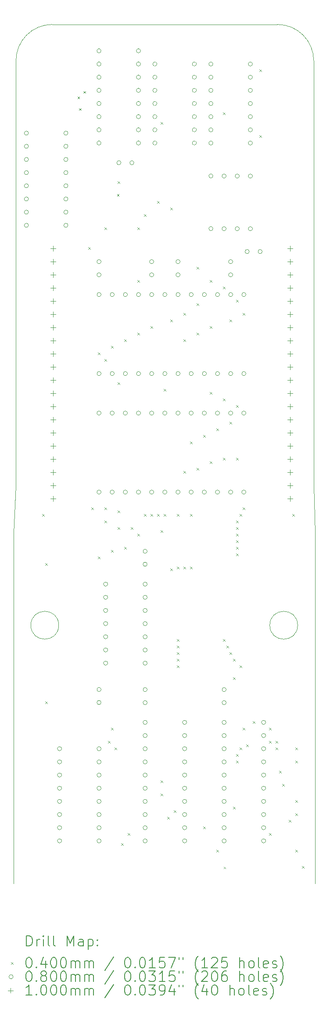
<source format=gbr>
%FSLAX45Y45*%
G04 Gerber Fmt 4.5, Leading zero omitted, Abs format (unit mm)*
G04 Created by KiCad (PCBNEW (6.0.4)) date 2022-12-31 00:20:02*
%MOMM*%
%LPD*%
G01*
G04 APERTURE LIST*
%TA.AperFunction,Profile*%
%ADD10C,0.100000*%
%TD*%
%ADD11C,0.200000*%
%ADD12C,0.040000*%
%ADD13C,0.080000*%
%ADD14C,0.100000*%
G04 APERTURE END LIST*
D10*
X8939414Y-10682086D02*
X8939414Y-2476500D01*
X14709140Y-11585620D02*
X14682586Y-10682086D01*
X9763696Y-13367000D02*
G75*
G03*
X9763696Y-13367000I-268830J0D01*
G01*
X9637914Y-1778004D02*
G75*
G03*
X8939414Y-2476500I-4J-698496D01*
G01*
X14373104Y-13367000D02*
G75*
G03*
X14373104Y-13367000I-268830J0D01*
G01*
X8890000Y-11585620D02*
X8939414Y-10682086D01*
X8890000Y-18354000D02*
X8890000Y-11585620D01*
X14682586Y-2476500D02*
X14682586Y-10682086D01*
X9637914Y-1778000D02*
X13984086Y-1778000D01*
X14709140Y-18354000D02*
X14709140Y-11585620D01*
X14682590Y-2476500D02*
G75*
G03*
X13984086Y-1778000I-698500J0D01*
G01*
D11*
D12*
X9441500Y-11219500D02*
X9481500Y-11259500D01*
X9481500Y-11219500D02*
X9441500Y-11259500D01*
X9505000Y-12172000D02*
X9545000Y-12212000D01*
X9545000Y-12172000D02*
X9505000Y-12212000D01*
X9505000Y-14839000D02*
X9545000Y-14879000D01*
X9545000Y-14839000D02*
X9505000Y-14879000D01*
X10125451Y-3169549D02*
X10165451Y-3209549D01*
X10165451Y-3169549D02*
X10125451Y-3209549D01*
X10154049Y-3394951D02*
X10194049Y-3434951D01*
X10194049Y-3394951D02*
X10154049Y-3434951D01*
X10239692Y-3064192D02*
X10279692Y-3104192D01*
X10279692Y-3064192D02*
X10239692Y-3104192D01*
X10330500Y-6076000D02*
X10370500Y-6116000D01*
X10370500Y-6076000D02*
X10330500Y-6116000D01*
X10394000Y-11092500D02*
X10434000Y-11132500D01*
X10434000Y-11092500D02*
X10394000Y-11132500D01*
X10521000Y-8108000D02*
X10561000Y-8148000D01*
X10561000Y-8108000D02*
X10521000Y-8148000D01*
X10521000Y-12045000D02*
X10561000Y-12085000D01*
X10561000Y-12045000D02*
X10521000Y-12085000D01*
X10648000Y-5695000D02*
X10688000Y-5735000D01*
X10688000Y-5695000D02*
X10648000Y-5735000D01*
X10648000Y-8235000D02*
X10688000Y-8275000D01*
X10688000Y-8235000D02*
X10648000Y-8275000D01*
X10648000Y-11092500D02*
X10688000Y-11132500D01*
X10688000Y-11092500D02*
X10648000Y-11132500D01*
X10648000Y-11346500D02*
X10688000Y-11386500D01*
X10688000Y-11346500D02*
X10648000Y-11386500D01*
X10711500Y-15601000D02*
X10751500Y-15641000D01*
X10751500Y-15601000D02*
X10711500Y-15641000D01*
X10774500Y-11918500D02*
X10814500Y-11958500D01*
X10814500Y-11918500D02*
X10774500Y-11958500D01*
X10775000Y-7981000D02*
X10815000Y-8021000D01*
X10815000Y-7981000D02*
X10775000Y-8021000D01*
X10775000Y-15347000D02*
X10815000Y-15387000D01*
X10815000Y-15347000D02*
X10775000Y-15387000D01*
X10838500Y-15728000D02*
X10878500Y-15768000D01*
X10878500Y-15728000D02*
X10838500Y-15768000D01*
X10886951Y-5049701D02*
X10926951Y-5089701D01*
X10926951Y-5049701D02*
X10886951Y-5089701D01*
X10902000Y-4806000D02*
X10942000Y-4846000D01*
X10942000Y-4806000D02*
X10902000Y-4846000D01*
X10902000Y-8679500D02*
X10942000Y-8719500D01*
X10942000Y-8679500D02*
X10902000Y-8719500D01*
X10902000Y-11156000D02*
X10942000Y-11196000D01*
X10942000Y-11156000D02*
X10902000Y-11196000D01*
X10902000Y-11473500D02*
X10942000Y-11513500D01*
X10942000Y-11473500D02*
X10902000Y-11513500D01*
X10965500Y-17569500D02*
X11005500Y-17609500D01*
X11005500Y-17569500D02*
X10965500Y-17609500D01*
X11028500Y-11855000D02*
X11068500Y-11895000D01*
X11068500Y-11855000D02*
X11028500Y-11895000D01*
X11029000Y-7854000D02*
X11069000Y-7894000D01*
X11069000Y-7854000D02*
X11029000Y-7894000D01*
X11092500Y-17379000D02*
X11132500Y-17419000D01*
X11132500Y-17379000D02*
X11092500Y-17419000D01*
X11156000Y-11473500D02*
X11196000Y-11513500D01*
X11196000Y-11473500D02*
X11156000Y-11513500D01*
X11282500Y-11601000D02*
X11322500Y-11641000D01*
X11322500Y-11601000D02*
X11282500Y-11641000D01*
X11283000Y-5695000D02*
X11323000Y-5735000D01*
X11323000Y-5695000D02*
X11283000Y-5735000D01*
X11283000Y-6711000D02*
X11323000Y-6751000D01*
X11323000Y-6711000D02*
X11283000Y-6751000D01*
X11283000Y-7727000D02*
X11323000Y-7767000D01*
X11323000Y-7727000D02*
X11283000Y-7767000D01*
X11410000Y-5441000D02*
X11450000Y-5481000D01*
X11450000Y-5441000D02*
X11410000Y-5481000D01*
X11410000Y-11219500D02*
X11450000Y-11259500D01*
X11450000Y-11219500D02*
X11410000Y-11259500D01*
X11537000Y-7600000D02*
X11577000Y-7640000D01*
X11577000Y-7600000D02*
X11537000Y-7640000D01*
X11537000Y-11219500D02*
X11577000Y-11259500D01*
X11577000Y-11219500D02*
X11537000Y-11259500D01*
X11664000Y-5187000D02*
X11704000Y-5227000D01*
X11704000Y-5187000D02*
X11664000Y-5227000D01*
X11664000Y-11219500D02*
X11704000Y-11259500D01*
X11704000Y-11219500D02*
X11664000Y-11259500D01*
X11727500Y-3663000D02*
X11767500Y-3703000D01*
X11767500Y-3663000D02*
X11727500Y-3703000D01*
X11727500Y-11537000D02*
X11767500Y-11577000D01*
X11767500Y-11537000D02*
X11727500Y-11577000D01*
X11727500Y-16363000D02*
X11767500Y-16403000D01*
X11767500Y-16363000D02*
X11727500Y-16403000D01*
X11727500Y-16617000D02*
X11767500Y-16657000D01*
X11767500Y-16617000D02*
X11727500Y-16657000D01*
X11791000Y-8806500D02*
X11831000Y-8846500D01*
X11831000Y-8806500D02*
X11791000Y-8846500D01*
X11791000Y-11219500D02*
X11831000Y-11259500D01*
X11831000Y-11219500D02*
X11791000Y-11259500D01*
X11854500Y-17061500D02*
X11894500Y-17101500D01*
X11894500Y-17061500D02*
X11854500Y-17101500D01*
X11918000Y-5314000D02*
X11958000Y-5354000D01*
X11958000Y-5314000D02*
X11918000Y-5354000D01*
X11918000Y-7473000D02*
X11958000Y-7513000D01*
X11958000Y-7473000D02*
X11918000Y-7513000D01*
X11918000Y-12268970D02*
X11958000Y-12308970D01*
X11958000Y-12268970D02*
X11918000Y-12308970D01*
X11981500Y-16934500D02*
X12021500Y-16974500D01*
X12021500Y-16934500D02*
X11981500Y-16974500D01*
X12045000Y-11219500D02*
X12085000Y-11259500D01*
X12085000Y-11219500D02*
X12045000Y-11259500D01*
X12045000Y-12235500D02*
X12085000Y-12275500D01*
X12085000Y-12235500D02*
X12045000Y-12275500D01*
X12045000Y-13632500D02*
X12085000Y-13672500D01*
X12085000Y-13632500D02*
X12045000Y-13672500D01*
X12045000Y-13759500D02*
X12085000Y-13799500D01*
X12085000Y-13759500D02*
X12045000Y-13799500D01*
X12045000Y-13886500D02*
X12085000Y-13926500D01*
X12085000Y-13886500D02*
X12045000Y-13926500D01*
X12045000Y-14013500D02*
X12085000Y-14053500D01*
X12085000Y-14013500D02*
X12045000Y-14053500D01*
X12045000Y-14140500D02*
X12085000Y-14180500D01*
X12085000Y-14140500D02*
X12045000Y-14180500D01*
X12172000Y-7346000D02*
X12212000Y-7386000D01*
X12212000Y-7346000D02*
X12172000Y-7386000D01*
X12172000Y-7854000D02*
X12212000Y-7894000D01*
X12212000Y-7854000D02*
X12172000Y-7894000D01*
X12172000Y-10394000D02*
X12212000Y-10434000D01*
X12212000Y-10394000D02*
X12172000Y-10434000D01*
X12172000Y-12235500D02*
X12212000Y-12275500D01*
X12212000Y-12235500D02*
X12172000Y-12275500D01*
X12298500Y-9826750D02*
X12338500Y-9866750D01*
X12338500Y-9826750D02*
X12298500Y-9866750D01*
X12299000Y-11219500D02*
X12339000Y-11259500D01*
X12339000Y-11219500D02*
X12299000Y-11259500D01*
X12299000Y-12235500D02*
X12339000Y-12275500D01*
X12339000Y-12235500D02*
X12299000Y-12275500D01*
X12425500Y-6457500D02*
X12465500Y-6497500D01*
X12465500Y-6457500D02*
X12425500Y-6497500D01*
X12426000Y-7155500D02*
X12466000Y-7195500D01*
X12466000Y-7155500D02*
X12426000Y-7195500D01*
X12426000Y-7727000D02*
X12466000Y-7767000D01*
X12466000Y-7727000D02*
X12426000Y-7767000D01*
X12426000Y-10330500D02*
X12466000Y-10370500D01*
X12466000Y-10330500D02*
X12426000Y-10370500D01*
X12552500Y-9699750D02*
X12592500Y-9739750D01*
X12592500Y-9699750D02*
X12552500Y-9739750D01*
X12553000Y-17252000D02*
X12593000Y-17292000D01*
X12593000Y-17252000D02*
X12553000Y-17292000D01*
X12680000Y-6711000D02*
X12720000Y-6751000D01*
X12720000Y-6711000D02*
X12680000Y-6751000D01*
X12680000Y-7600000D02*
X12720000Y-7640000D01*
X12720000Y-7600000D02*
X12680000Y-7640000D01*
X12680000Y-8870000D02*
X12720000Y-8910000D01*
X12720000Y-8870000D02*
X12680000Y-8910000D01*
X12680000Y-10203500D02*
X12720000Y-10243500D01*
X12720000Y-10203500D02*
X12680000Y-10243500D01*
X12806500Y-9572750D02*
X12846500Y-9612750D01*
X12846500Y-9572750D02*
X12806500Y-9612750D01*
X12807000Y-17696500D02*
X12847000Y-17736500D01*
X12847000Y-17696500D02*
X12807000Y-17736500D01*
X12934000Y-3472500D02*
X12974000Y-3512500D01*
X12974000Y-3472500D02*
X12934000Y-3512500D01*
X12934000Y-6838000D02*
X12974000Y-6878000D01*
X12974000Y-6838000D02*
X12934000Y-6878000D01*
X12934000Y-8997000D02*
X12974000Y-9037000D01*
X12974000Y-8997000D02*
X12934000Y-9037000D01*
X12934000Y-10140000D02*
X12974000Y-10180000D01*
X12974000Y-10140000D02*
X12934000Y-10180000D01*
X12934000Y-13632500D02*
X12974000Y-13672500D01*
X12974000Y-13632500D02*
X12934000Y-13672500D01*
X12945430Y-18025430D02*
X12985430Y-18065430D01*
X12985430Y-18025430D02*
X12945430Y-18065430D01*
X12997500Y-13759500D02*
X13037500Y-13799500D01*
X13037500Y-13759500D02*
X12997500Y-13799500D01*
X13060500Y-9445750D02*
X13100500Y-9485750D01*
X13100500Y-9445750D02*
X13060500Y-9485750D01*
X13061000Y-7473000D02*
X13101000Y-7513000D01*
X13101000Y-7473000D02*
X13061000Y-7513000D01*
X13061000Y-13886500D02*
X13101000Y-13926500D01*
X13101000Y-13886500D02*
X13061000Y-13926500D01*
X13124500Y-14013500D02*
X13164500Y-14053500D01*
X13164500Y-14013500D02*
X13124500Y-14053500D01*
X13124500Y-14369100D02*
X13164500Y-14409100D01*
X13164500Y-14369100D02*
X13124500Y-14409100D01*
X13124500Y-16871000D02*
X13164500Y-16911000D01*
X13164500Y-16871000D02*
X13124500Y-16911000D01*
X13188000Y-7092000D02*
X13228000Y-7132000D01*
X13228000Y-7092000D02*
X13188000Y-7132000D01*
X13188000Y-9124000D02*
X13228000Y-9164000D01*
X13228000Y-9124000D02*
X13188000Y-9164000D01*
X13188000Y-10140000D02*
X13228000Y-10180000D01*
X13228000Y-10140000D02*
X13188000Y-10180000D01*
X13188000Y-11346500D02*
X13228000Y-11386500D01*
X13228000Y-11346500D02*
X13188000Y-11386500D01*
X13188000Y-11473500D02*
X13228000Y-11513500D01*
X13228000Y-11473500D02*
X13188000Y-11513500D01*
X13188000Y-11600500D02*
X13228000Y-11640500D01*
X13228000Y-11600500D02*
X13188000Y-11640500D01*
X13188000Y-11727500D02*
X13228000Y-11767500D01*
X13228000Y-11727500D02*
X13188000Y-11767500D01*
X13188000Y-11854500D02*
X13228000Y-11894500D01*
X13228000Y-11854500D02*
X13188000Y-11894500D01*
X13188000Y-11981500D02*
X13228000Y-12021500D01*
X13228000Y-11981500D02*
X13188000Y-12021500D01*
X13188000Y-15855000D02*
X13228000Y-15895000D01*
X13228000Y-15855000D02*
X13188000Y-15895000D01*
X13188000Y-15982000D02*
X13228000Y-16022000D01*
X13228000Y-15982000D02*
X13188000Y-16022000D01*
X13251500Y-11219500D02*
X13291500Y-11259500D01*
X13291500Y-11219500D02*
X13251500Y-11259500D01*
X13251500Y-14140500D02*
X13291500Y-14180500D01*
X13291500Y-14140500D02*
X13251500Y-14180500D01*
X13251500Y-15728000D02*
X13291500Y-15768000D01*
X13291500Y-15728000D02*
X13251500Y-15768000D01*
X13315000Y-7346000D02*
X13355000Y-7386000D01*
X13355000Y-7346000D02*
X13315000Y-7386000D01*
X13315000Y-11092500D02*
X13355000Y-11132500D01*
X13355000Y-11092500D02*
X13315000Y-11132500D01*
X13315000Y-15347000D02*
X13355000Y-15387000D01*
X13355000Y-15347000D02*
X13315000Y-15387000D01*
X13378500Y-15664500D02*
X13418500Y-15704500D01*
X13418500Y-15664500D02*
X13378500Y-15704500D01*
X13505500Y-15220000D02*
X13545500Y-15260000D01*
X13545500Y-15220000D02*
X13505500Y-15260000D01*
X13632500Y-2647000D02*
X13672500Y-2687000D01*
X13672500Y-2647000D02*
X13632500Y-2687000D01*
X13632500Y-3917000D02*
X13672500Y-3957000D01*
X13672500Y-3917000D02*
X13632500Y-3957000D01*
X13823000Y-15347000D02*
X13863000Y-15387000D01*
X13863000Y-15347000D02*
X13823000Y-15387000D01*
X13823000Y-15601000D02*
X13863000Y-15641000D01*
X13863000Y-15601000D02*
X13823000Y-15641000D01*
X13823000Y-17379000D02*
X13863000Y-17419000D01*
X13863000Y-17379000D02*
X13823000Y-17419000D01*
X13950000Y-15601000D02*
X13990000Y-15641000D01*
X13990000Y-15601000D02*
X13950000Y-15641000D01*
X13950000Y-15728000D02*
X13990000Y-15768000D01*
X13990000Y-15728000D02*
X13950000Y-15768000D01*
X14013500Y-16172500D02*
X14053500Y-16212500D01*
X14053500Y-16172500D02*
X14013500Y-16212500D01*
X14077000Y-16426500D02*
X14117000Y-16466500D01*
X14117000Y-16426500D02*
X14077000Y-16466500D01*
X14204000Y-17125000D02*
X14244000Y-17165000D01*
X14244000Y-17125000D02*
X14204000Y-17165000D01*
X14267500Y-11219500D02*
X14307500Y-11259500D01*
X14307500Y-11219500D02*
X14267500Y-11259500D01*
X14331000Y-15728000D02*
X14371000Y-15768000D01*
X14371000Y-15728000D02*
X14331000Y-15768000D01*
X14331000Y-15982000D02*
X14371000Y-16022000D01*
X14371000Y-15982000D02*
X14331000Y-16022000D01*
X14331000Y-16744000D02*
X14371000Y-16784000D01*
X14371000Y-16744000D02*
X14331000Y-16784000D01*
X14331000Y-16998000D02*
X14371000Y-17038000D01*
X14371000Y-16998000D02*
X14331000Y-17038000D01*
X14331000Y-17696500D02*
X14371000Y-17736500D01*
X14371000Y-17696500D02*
X14331000Y-17736500D01*
X14458000Y-18014000D02*
X14498000Y-18054000D01*
X14498000Y-18014000D02*
X14458000Y-18054000D01*
D13*
X9179750Y-3874500D02*
G75*
G03*
X9179750Y-3874500I-40000J0D01*
G01*
X9179750Y-4128500D02*
G75*
G03*
X9179750Y-4128500I-40000J0D01*
G01*
X9179750Y-4382500D02*
G75*
G03*
X9179750Y-4382500I-40000J0D01*
G01*
X9179750Y-4636500D02*
G75*
G03*
X9179750Y-4636500I-40000J0D01*
G01*
X9179750Y-4890500D02*
G75*
G03*
X9179750Y-4890500I-40000J0D01*
G01*
X9179750Y-5144500D02*
G75*
G03*
X9179750Y-5144500I-40000J0D01*
G01*
X9179750Y-5398500D02*
G75*
G03*
X9179750Y-5398500I-40000J0D01*
G01*
X9179750Y-5652500D02*
G75*
G03*
X9179750Y-5652500I-40000J0D01*
G01*
X9819000Y-15748000D02*
G75*
G03*
X9819000Y-15748000I-40000J0D01*
G01*
X9819000Y-16002000D02*
G75*
G03*
X9819000Y-16002000I-40000J0D01*
G01*
X9819000Y-16256000D02*
G75*
G03*
X9819000Y-16256000I-40000J0D01*
G01*
X9819000Y-16510000D02*
G75*
G03*
X9819000Y-16510000I-40000J0D01*
G01*
X9819000Y-16764000D02*
G75*
G03*
X9819000Y-16764000I-40000J0D01*
G01*
X9819000Y-17018000D02*
G75*
G03*
X9819000Y-17018000I-40000J0D01*
G01*
X9819000Y-17272000D02*
G75*
G03*
X9819000Y-17272000I-40000J0D01*
G01*
X9819000Y-17526000D02*
G75*
G03*
X9819000Y-17526000I-40000J0D01*
G01*
X9941750Y-3874500D02*
G75*
G03*
X9941750Y-3874500I-40000J0D01*
G01*
X9941750Y-4128500D02*
G75*
G03*
X9941750Y-4128500I-40000J0D01*
G01*
X9941750Y-4382500D02*
G75*
G03*
X9941750Y-4382500I-40000J0D01*
G01*
X9941750Y-4636500D02*
G75*
G03*
X9941750Y-4636500I-40000J0D01*
G01*
X9941750Y-4890500D02*
G75*
G03*
X9941750Y-4890500I-40000J0D01*
G01*
X9941750Y-5144500D02*
G75*
G03*
X9941750Y-5144500I-40000J0D01*
G01*
X9941750Y-5398500D02*
G75*
G03*
X9941750Y-5398500I-40000J0D01*
G01*
X9941750Y-5652500D02*
G75*
G03*
X9941750Y-5652500I-40000J0D01*
G01*
X10579500Y-2286000D02*
G75*
G03*
X10579500Y-2286000I-40000J0D01*
G01*
X10579500Y-2540000D02*
G75*
G03*
X10579500Y-2540000I-40000J0D01*
G01*
X10579500Y-2794000D02*
G75*
G03*
X10579500Y-2794000I-40000J0D01*
G01*
X10579500Y-3048000D02*
G75*
G03*
X10579500Y-3048000I-40000J0D01*
G01*
X10579500Y-3302000D02*
G75*
G03*
X10579500Y-3302000I-40000J0D01*
G01*
X10579500Y-3556000D02*
G75*
G03*
X10579500Y-3556000I-40000J0D01*
G01*
X10579500Y-3810000D02*
G75*
G03*
X10579500Y-3810000I-40000J0D01*
G01*
X10579500Y-4064000D02*
G75*
G03*
X10579500Y-4064000I-40000J0D01*
G01*
X10580500Y-6354250D02*
G75*
G03*
X10580500Y-6354250I-40000J0D01*
G01*
X10580500Y-6608250D02*
G75*
G03*
X10580500Y-6608250I-40000J0D01*
G01*
X10580500Y-9275250D02*
G75*
G03*
X10580500Y-9275250I-40000J0D01*
G01*
X10580500Y-10799250D02*
G75*
G03*
X10580500Y-10799250I-40000J0D01*
G01*
X10581000Y-6989250D02*
G75*
G03*
X10581000Y-6989250I-40000J0D01*
G01*
X10581000Y-8513250D02*
G75*
G03*
X10581000Y-8513250I-40000J0D01*
G01*
X10581000Y-14607000D02*
G75*
G03*
X10581000Y-14607000I-40000J0D01*
G01*
X10581000Y-14857000D02*
G75*
G03*
X10581000Y-14857000I-40000J0D01*
G01*
X10581000Y-15748000D02*
G75*
G03*
X10581000Y-15748000I-40000J0D01*
G01*
X10581000Y-16002000D02*
G75*
G03*
X10581000Y-16002000I-40000J0D01*
G01*
X10581000Y-16256000D02*
G75*
G03*
X10581000Y-16256000I-40000J0D01*
G01*
X10581000Y-16510000D02*
G75*
G03*
X10581000Y-16510000I-40000J0D01*
G01*
X10581000Y-16764000D02*
G75*
G03*
X10581000Y-16764000I-40000J0D01*
G01*
X10581000Y-17018000D02*
G75*
G03*
X10581000Y-17018000I-40000J0D01*
G01*
X10581000Y-17272000D02*
G75*
G03*
X10581000Y-17272000I-40000J0D01*
G01*
X10581000Y-17526000D02*
G75*
G03*
X10581000Y-17526000I-40000J0D01*
G01*
X10708000Y-12573000D02*
G75*
G03*
X10708000Y-12573000I-40000J0D01*
G01*
X10708000Y-12827000D02*
G75*
G03*
X10708000Y-12827000I-40000J0D01*
G01*
X10708000Y-13081000D02*
G75*
G03*
X10708000Y-13081000I-40000J0D01*
G01*
X10708000Y-13335000D02*
G75*
G03*
X10708000Y-13335000I-40000J0D01*
G01*
X10708000Y-13589000D02*
G75*
G03*
X10708000Y-13589000I-40000J0D01*
G01*
X10708000Y-13843000D02*
G75*
G03*
X10708000Y-13843000I-40000J0D01*
G01*
X10708000Y-14097000D02*
G75*
G03*
X10708000Y-14097000I-40000J0D01*
G01*
X10834500Y-9275250D02*
G75*
G03*
X10834500Y-9275250I-40000J0D01*
G01*
X10834500Y-10799250D02*
G75*
G03*
X10834500Y-10799250I-40000J0D01*
G01*
X10835000Y-6989250D02*
G75*
G03*
X10835000Y-6989250I-40000J0D01*
G01*
X10835000Y-8513250D02*
G75*
G03*
X10835000Y-8513250I-40000J0D01*
G01*
X10964000Y-4445000D02*
G75*
G03*
X10964000Y-4445000I-40000J0D01*
G01*
X11088500Y-9275250D02*
G75*
G03*
X11088500Y-9275250I-40000J0D01*
G01*
X11088500Y-10799250D02*
G75*
G03*
X11088500Y-10799250I-40000J0D01*
G01*
X11089000Y-6989250D02*
G75*
G03*
X11089000Y-6989250I-40000J0D01*
G01*
X11089000Y-8513250D02*
G75*
G03*
X11089000Y-8513250I-40000J0D01*
G01*
X11214000Y-4445000D02*
G75*
G03*
X11214000Y-4445000I-40000J0D01*
G01*
X11341500Y-2286000D02*
G75*
G03*
X11341500Y-2286000I-40000J0D01*
G01*
X11341500Y-2540000D02*
G75*
G03*
X11341500Y-2540000I-40000J0D01*
G01*
X11341500Y-2794000D02*
G75*
G03*
X11341500Y-2794000I-40000J0D01*
G01*
X11341500Y-3048000D02*
G75*
G03*
X11341500Y-3048000I-40000J0D01*
G01*
X11341500Y-3302000D02*
G75*
G03*
X11341500Y-3302000I-40000J0D01*
G01*
X11341500Y-3556000D02*
G75*
G03*
X11341500Y-3556000I-40000J0D01*
G01*
X11341500Y-3810000D02*
G75*
G03*
X11341500Y-3810000I-40000J0D01*
G01*
X11341500Y-4064000D02*
G75*
G03*
X11341500Y-4064000I-40000J0D01*
G01*
X11342500Y-9275250D02*
G75*
G03*
X11342500Y-9275250I-40000J0D01*
G01*
X11342500Y-10799250D02*
G75*
G03*
X11342500Y-10799250I-40000J0D01*
G01*
X11343000Y-6989250D02*
G75*
G03*
X11343000Y-6989250I-40000J0D01*
G01*
X11343000Y-8513250D02*
G75*
G03*
X11343000Y-8513250I-40000J0D01*
G01*
X11470000Y-11940000D02*
G75*
G03*
X11470000Y-11940000I-40000J0D01*
G01*
X11470000Y-12190000D02*
G75*
G03*
X11470000Y-12190000I-40000J0D01*
G01*
X11470000Y-12573000D02*
G75*
G03*
X11470000Y-12573000I-40000J0D01*
G01*
X11470000Y-12827000D02*
G75*
G03*
X11470000Y-12827000I-40000J0D01*
G01*
X11470000Y-13081000D02*
G75*
G03*
X11470000Y-13081000I-40000J0D01*
G01*
X11470000Y-13335000D02*
G75*
G03*
X11470000Y-13335000I-40000J0D01*
G01*
X11470000Y-13589000D02*
G75*
G03*
X11470000Y-13589000I-40000J0D01*
G01*
X11470000Y-13843000D02*
G75*
G03*
X11470000Y-13843000I-40000J0D01*
G01*
X11470000Y-14097000D02*
G75*
G03*
X11470000Y-14097000I-40000J0D01*
G01*
X11470000Y-14609000D02*
G75*
G03*
X11470000Y-14609000I-40000J0D01*
G01*
X11470000Y-14859000D02*
G75*
G03*
X11470000Y-14859000I-40000J0D01*
G01*
X11470000Y-15240000D02*
G75*
G03*
X11470000Y-15240000I-40000J0D01*
G01*
X11470000Y-15494000D02*
G75*
G03*
X11470000Y-15494000I-40000J0D01*
G01*
X11470000Y-15748000D02*
G75*
G03*
X11470000Y-15748000I-40000J0D01*
G01*
X11470000Y-16002000D02*
G75*
G03*
X11470000Y-16002000I-40000J0D01*
G01*
X11470000Y-16256000D02*
G75*
G03*
X11470000Y-16256000I-40000J0D01*
G01*
X11470000Y-16510000D02*
G75*
G03*
X11470000Y-16510000I-40000J0D01*
G01*
X11470000Y-16764000D02*
G75*
G03*
X11470000Y-16764000I-40000J0D01*
G01*
X11470000Y-17018000D02*
G75*
G03*
X11470000Y-17018000I-40000J0D01*
G01*
X11470000Y-17272000D02*
G75*
G03*
X11470000Y-17272000I-40000J0D01*
G01*
X11470000Y-17526000D02*
G75*
G03*
X11470000Y-17526000I-40000J0D01*
G01*
X11596500Y-6354250D02*
G75*
G03*
X11596500Y-6354250I-40000J0D01*
G01*
X11596500Y-6608250D02*
G75*
G03*
X11596500Y-6608250I-40000J0D01*
G01*
X11596500Y-9275250D02*
G75*
G03*
X11596500Y-9275250I-40000J0D01*
G01*
X11596500Y-10799250D02*
G75*
G03*
X11596500Y-10799250I-40000J0D01*
G01*
X11597000Y-6989250D02*
G75*
G03*
X11597000Y-6989250I-40000J0D01*
G01*
X11597000Y-8513250D02*
G75*
G03*
X11597000Y-8513250I-40000J0D01*
G01*
X11658000Y-2540500D02*
G75*
G03*
X11658000Y-2540500I-40000J0D01*
G01*
X11658000Y-2794500D02*
G75*
G03*
X11658000Y-2794500I-40000J0D01*
G01*
X11658000Y-3048500D02*
G75*
G03*
X11658000Y-3048500I-40000J0D01*
G01*
X11658000Y-3302500D02*
G75*
G03*
X11658000Y-3302500I-40000J0D01*
G01*
X11658000Y-3556500D02*
G75*
G03*
X11658000Y-3556500I-40000J0D01*
G01*
X11658000Y-3810500D02*
G75*
G03*
X11658000Y-3810500I-40000J0D01*
G01*
X11658000Y-4064500D02*
G75*
G03*
X11658000Y-4064500I-40000J0D01*
G01*
X11850500Y-9275250D02*
G75*
G03*
X11850500Y-9275250I-40000J0D01*
G01*
X11850500Y-10799250D02*
G75*
G03*
X11850500Y-10799250I-40000J0D01*
G01*
X11851000Y-6989250D02*
G75*
G03*
X11851000Y-6989250I-40000J0D01*
G01*
X11851000Y-8513250D02*
G75*
G03*
X11851000Y-8513250I-40000J0D01*
G01*
X12104500Y-6354250D02*
G75*
G03*
X12104500Y-6354250I-40000J0D01*
G01*
X12104500Y-6608250D02*
G75*
G03*
X12104500Y-6608250I-40000J0D01*
G01*
X12104500Y-9275250D02*
G75*
G03*
X12104500Y-9275250I-40000J0D01*
G01*
X12104500Y-10799250D02*
G75*
G03*
X12104500Y-10799250I-40000J0D01*
G01*
X12105000Y-6989250D02*
G75*
G03*
X12105000Y-6989250I-40000J0D01*
G01*
X12105000Y-8513250D02*
G75*
G03*
X12105000Y-8513250I-40000J0D01*
G01*
X12232000Y-15240000D02*
G75*
G03*
X12232000Y-15240000I-40000J0D01*
G01*
X12232000Y-15494000D02*
G75*
G03*
X12232000Y-15494000I-40000J0D01*
G01*
X12232000Y-15748000D02*
G75*
G03*
X12232000Y-15748000I-40000J0D01*
G01*
X12232000Y-16002000D02*
G75*
G03*
X12232000Y-16002000I-40000J0D01*
G01*
X12232000Y-16256000D02*
G75*
G03*
X12232000Y-16256000I-40000J0D01*
G01*
X12232000Y-16510000D02*
G75*
G03*
X12232000Y-16510000I-40000J0D01*
G01*
X12232000Y-16764000D02*
G75*
G03*
X12232000Y-16764000I-40000J0D01*
G01*
X12232000Y-17018000D02*
G75*
G03*
X12232000Y-17018000I-40000J0D01*
G01*
X12232000Y-17272000D02*
G75*
G03*
X12232000Y-17272000I-40000J0D01*
G01*
X12232000Y-17526000D02*
G75*
G03*
X12232000Y-17526000I-40000J0D01*
G01*
X12358500Y-9275250D02*
G75*
G03*
X12358500Y-9275250I-40000J0D01*
G01*
X12358500Y-10799250D02*
G75*
G03*
X12358500Y-10799250I-40000J0D01*
G01*
X12359000Y-6989250D02*
G75*
G03*
X12359000Y-6989250I-40000J0D01*
G01*
X12359000Y-8513250D02*
G75*
G03*
X12359000Y-8513250I-40000J0D01*
G01*
X12420000Y-2540500D02*
G75*
G03*
X12420000Y-2540500I-40000J0D01*
G01*
X12420000Y-2794500D02*
G75*
G03*
X12420000Y-2794500I-40000J0D01*
G01*
X12420000Y-3048500D02*
G75*
G03*
X12420000Y-3048500I-40000J0D01*
G01*
X12420000Y-3302500D02*
G75*
G03*
X12420000Y-3302500I-40000J0D01*
G01*
X12420000Y-3556500D02*
G75*
G03*
X12420000Y-3556500I-40000J0D01*
G01*
X12420000Y-3810500D02*
G75*
G03*
X12420000Y-3810500I-40000J0D01*
G01*
X12420000Y-4064500D02*
G75*
G03*
X12420000Y-4064500I-40000J0D01*
G01*
X12612500Y-9275250D02*
G75*
G03*
X12612500Y-9275250I-40000J0D01*
G01*
X12612500Y-10799250D02*
G75*
G03*
X12612500Y-10799250I-40000J0D01*
G01*
X12613000Y-6989250D02*
G75*
G03*
X12613000Y-6989250I-40000J0D01*
G01*
X12613000Y-8513250D02*
G75*
G03*
X12613000Y-8513250I-40000J0D01*
G01*
X12738500Y-2540500D02*
G75*
G03*
X12738500Y-2540500I-40000J0D01*
G01*
X12738500Y-2794500D02*
G75*
G03*
X12738500Y-2794500I-40000J0D01*
G01*
X12738500Y-3048500D02*
G75*
G03*
X12738500Y-3048500I-40000J0D01*
G01*
X12738500Y-3302500D02*
G75*
G03*
X12738500Y-3302500I-40000J0D01*
G01*
X12738500Y-3556500D02*
G75*
G03*
X12738500Y-3556500I-40000J0D01*
G01*
X12738500Y-3810500D02*
G75*
G03*
X12738500Y-3810500I-40000J0D01*
G01*
X12738500Y-4064500D02*
G75*
G03*
X12738500Y-4064500I-40000J0D01*
G01*
X12739500Y-4699000D02*
G75*
G03*
X12739500Y-4699000I-40000J0D01*
G01*
X12739500Y-5715000D02*
G75*
G03*
X12739500Y-5715000I-40000J0D01*
G01*
X12866500Y-9275250D02*
G75*
G03*
X12866500Y-9275250I-40000J0D01*
G01*
X12866500Y-10799250D02*
G75*
G03*
X12866500Y-10799250I-40000J0D01*
G01*
X12867000Y-6989250D02*
G75*
G03*
X12867000Y-6989250I-40000J0D01*
G01*
X12867000Y-8513250D02*
G75*
G03*
X12867000Y-8513250I-40000J0D01*
G01*
X12993500Y-4703250D02*
G75*
G03*
X12993500Y-4703250I-40000J0D01*
G01*
X12993500Y-5719250D02*
G75*
G03*
X12993500Y-5719250I-40000J0D01*
G01*
X12994000Y-14609000D02*
G75*
G03*
X12994000Y-14609000I-40000J0D01*
G01*
X12994000Y-14859000D02*
G75*
G03*
X12994000Y-14859000I-40000J0D01*
G01*
X12994000Y-15240000D02*
G75*
G03*
X12994000Y-15240000I-40000J0D01*
G01*
X12994000Y-15494000D02*
G75*
G03*
X12994000Y-15494000I-40000J0D01*
G01*
X12994000Y-15748000D02*
G75*
G03*
X12994000Y-15748000I-40000J0D01*
G01*
X12994000Y-16002000D02*
G75*
G03*
X12994000Y-16002000I-40000J0D01*
G01*
X12994000Y-16256000D02*
G75*
G03*
X12994000Y-16256000I-40000J0D01*
G01*
X12994000Y-16510000D02*
G75*
G03*
X12994000Y-16510000I-40000J0D01*
G01*
X12994000Y-16764000D02*
G75*
G03*
X12994000Y-16764000I-40000J0D01*
G01*
X12994000Y-17018000D02*
G75*
G03*
X12994000Y-17018000I-40000J0D01*
G01*
X12994000Y-17272000D02*
G75*
G03*
X12994000Y-17272000I-40000J0D01*
G01*
X12994000Y-17526000D02*
G75*
G03*
X12994000Y-17526000I-40000J0D01*
G01*
X13120500Y-6354250D02*
G75*
G03*
X13120500Y-6354250I-40000J0D01*
G01*
X13120500Y-6608250D02*
G75*
G03*
X13120500Y-6608250I-40000J0D01*
G01*
X13120500Y-9275250D02*
G75*
G03*
X13120500Y-9275250I-40000J0D01*
G01*
X13120500Y-10799250D02*
G75*
G03*
X13120500Y-10799250I-40000J0D01*
G01*
X13121000Y-6989250D02*
G75*
G03*
X13121000Y-6989250I-40000J0D01*
G01*
X13121000Y-8513250D02*
G75*
G03*
X13121000Y-8513250I-40000J0D01*
G01*
X13247500Y-4703250D02*
G75*
G03*
X13247500Y-4703250I-40000J0D01*
G01*
X13247500Y-5719250D02*
G75*
G03*
X13247500Y-5719250I-40000J0D01*
G01*
X13374500Y-9275250D02*
G75*
G03*
X13374500Y-9275250I-40000J0D01*
G01*
X13374500Y-10799250D02*
G75*
G03*
X13374500Y-10799250I-40000J0D01*
G01*
X13375000Y-6989250D02*
G75*
G03*
X13375000Y-6989250I-40000J0D01*
G01*
X13375000Y-8513250D02*
G75*
G03*
X13375000Y-8513250I-40000J0D01*
G01*
X13438500Y-6159500D02*
G75*
G03*
X13438500Y-6159500I-40000J0D01*
G01*
X13500500Y-2540500D02*
G75*
G03*
X13500500Y-2540500I-40000J0D01*
G01*
X13500500Y-2794500D02*
G75*
G03*
X13500500Y-2794500I-40000J0D01*
G01*
X13500500Y-3048500D02*
G75*
G03*
X13500500Y-3048500I-40000J0D01*
G01*
X13500500Y-3302500D02*
G75*
G03*
X13500500Y-3302500I-40000J0D01*
G01*
X13500500Y-3556500D02*
G75*
G03*
X13500500Y-3556500I-40000J0D01*
G01*
X13500500Y-3810500D02*
G75*
G03*
X13500500Y-3810500I-40000J0D01*
G01*
X13500500Y-4064500D02*
G75*
G03*
X13500500Y-4064500I-40000J0D01*
G01*
X13501500Y-4703250D02*
G75*
G03*
X13501500Y-4703250I-40000J0D01*
G01*
X13501500Y-5719250D02*
G75*
G03*
X13501500Y-5719250I-40000J0D01*
G01*
X13688500Y-6159500D02*
G75*
G03*
X13688500Y-6159500I-40000J0D01*
G01*
X13756000Y-15240000D02*
G75*
G03*
X13756000Y-15240000I-40000J0D01*
G01*
X13756000Y-15494000D02*
G75*
G03*
X13756000Y-15494000I-40000J0D01*
G01*
X13756000Y-15748000D02*
G75*
G03*
X13756000Y-15748000I-40000J0D01*
G01*
X13756000Y-16002000D02*
G75*
G03*
X13756000Y-16002000I-40000J0D01*
G01*
X13756000Y-16256000D02*
G75*
G03*
X13756000Y-16256000I-40000J0D01*
G01*
X13756000Y-16510000D02*
G75*
G03*
X13756000Y-16510000I-40000J0D01*
G01*
X13756000Y-16764000D02*
G75*
G03*
X13756000Y-16764000I-40000J0D01*
G01*
X13756000Y-17018000D02*
G75*
G03*
X13756000Y-17018000I-40000J0D01*
G01*
X13756000Y-17272000D02*
G75*
G03*
X13756000Y-17272000I-40000J0D01*
G01*
X13756000Y-17526000D02*
G75*
G03*
X13756000Y-17526000I-40000J0D01*
G01*
D14*
X9652000Y-6046000D02*
X9652000Y-6146000D01*
X9602000Y-6096000D02*
X9702000Y-6096000D01*
X9652000Y-6300000D02*
X9652000Y-6400000D01*
X9602000Y-6350000D02*
X9702000Y-6350000D01*
X9652000Y-6554000D02*
X9652000Y-6654000D01*
X9602000Y-6604000D02*
X9702000Y-6604000D01*
X9652000Y-6808000D02*
X9652000Y-6908000D01*
X9602000Y-6858000D02*
X9702000Y-6858000D01*
X9652000Y-7062000D02*
X9652000Y-7162000D01*
X9602000Y-7112000D02*
X9702000Y-7112000D01*
X9652000Y-7316000D02*
X9652000Y-7416000D01*
X9602000Y-7366000D02*
X9702000Y-7366000D01*
X9652000Y-7570000D02*
X9652000Y-7670000D01*
X9602000Y-7620000D02*
X9702000Y-7620000D01*
X9652000Y-7824000D02*
X9652000Y-7924000D01*
X9602000Y-7874000D02*
X9702000Y-7874000D01*
X9652000Y-8078000D02*
X9652000Y-8178000D01*
X9602000Y-8128000D02*
X9702000Y-8128000D01*
X9652000Y-8332000D02*
X9652000Y-8432000D01*
X9602000Y-8382000D02*
X9702000Y-8382000D01*
X9652000Y-8586000D02*
X9652000Y-8686000D01*
X9602000Y-8636000D02*
X9702000Y-8636000D01*
X9652000Y-8840000D02*
X9652000Y-8940000D01*
X9602000Y-8890000D02*
X9702000Y-8890000D01*
X9652000Y-9094000D02*
X9652000Y-9194000D01*
X9602000Y-9144000D02*
X9702000Y-9144000D01*
X9652000Y-9348000D02*
X9652000Y-9448000D01*
X9602000Y-9398000D02*
X9702000Y-9398000D01*
X9652000Y-9602000D02*
X9652000Y-9702000D01*
X9602000Y-9652000D02*
X9702000Y-9652000D01*
X9652000Y-9856000D02*
X9652000Y-9956000D01*
X9602000Y-9906000D02*
X9702000Y-9906000D01*
X9652000Y-10110000D02*
X9652000Y-10210000D01*
X9602000Y-10160000D02*
X9702000Y-10160000D01*
X9652000Y-10364000D02*
X9652000Y-10464000D01*
X9602000Y-10414000D02*
X9702000Y-10414000D01*
X9652000Y-10618000D02*
X9652000Y-10718000D01*
X9602000Y-10668000D02*
X9702000Y-10668000D01*
X9652000Y-10872000D02*
X9652000Y-10972000D01*
X9602000Y-10922000D02*
X9702000Y-10922000D01*
X14224000Y-6046000D02*
X14224000Y-6146000D01*
X14174000Y-6096000D02*
X14274000Y-6096000D01*
X14224000Y-6300000D02*
X14224000Y-6400000D01*
X14174000Y-6350000D02*
X14274000Y-6350000D01*
X14224000Y-6554000D02*
X14224000Y-6654000D01*
X14174000Y-6604000D02*
X14274000Y-6604000D01*
X14224000Y-6808000D02*
X14224000Y-6908000D01*
X14174000Y-6858000D02*
X14274000Y-6858000D01*
X14224000Y-7062000D02*
X14224000Y-7162000D01*
X14174000Y-7112000D02*
X14274000Y-7112000D01*
X14224000Y-7316000D02*
X14224000Y-7416000D01*
X14174000Y-7366000D02*
X14274000Y-7366000D01*
X14224000Y-7570000D02*
X14224000Y-7670000D01*
X14174000Y-7620000D02*
X14274000Y-7620000D01*
X14224000Y-7824000D02*
X14224000Y-7924000D01*
X14174000Y-7874000D02*
X14274000Y-7874000D01*
X14224000Y-8078000D02*
X14224000Y-8178000D01*
X14174000Y-8128000D02*
X14274000Y-8128000D01*
X14224000Y-8332000D02*
X14224000Y-8432000D01*
X14174000Y-8382000D02*
X14274000Y-8382000D01*
X14224000Y-8586000D02*
X14224000Y-8686000D01*
X14174000Y-8636000D02*
X14274000Y-8636000D01*
X14224000Y-8840000D02*
X14224000Y-8940000D01*
X14174000Y-8890000D02*
X14274000Y-8890000D01*
X14224000Y-9094000D02*
X14224000Y-9194000D01*
X14174000Y-9144000D02*
X14274000Y-9144000D01*
X14224000Y-9348000D02*
X14224000Y-9448000D01*
X14174000Y-9398000D02*
X14274000Y-9398000D01*
X14224000Y-9602000D02*
X14224000Y-9702000D01*
X14174000Y-9652000D02*
X14274000Y-9652000D01*
X14224000Y-9856000D02*
X14224000Y-9956000D01*
X14174000Y-9906000D02*
X14274000Y-9906000D01*
X14224000Y-10110000D02*
X14224000Y-10210000D01*
X14174000Y-10160000D02*
X14274000Y-10160000D01*
X14224000Y-10364000D02*
X14224000Y-10464000D01*
X14174000Y-10414000D02*
X14274000Y-10414000D01*
X14224000Y-10618000D02*
X14224000Y-10718000D01*
X14174000Y-10668000D02*
X14274000Y-10668000D01*
X14224000Y-10872000D02*
X14224000Y-10972000D01*
X14174000Y-10922000D02*
X14274000Y-10922000D01*
D11*
X9141619Y-19554476D02*
X9141619Y-19354476D01*
X9189238Y-19354476D01*
X9217810Y-19364000D01*
X9236857Y-19383048D01*
X9246381Y-19402095D01*
X9255905Y-19440190D01*
X9255905Y-19468762D01*
X9246381Y-19506857D01*
X9236857Y-19525905D01*
X9217810Y-19544952D01*
X9189238Y-19554476D01*
X9141619Y-19554476D01*
X9341619Y-19554476D02*
X9341619Y-19421143D01*
X9341619Y-19459238D02*
X9351143Y-19440190D01*
X9360667Y-19430667D01*
X9379714Y-19421143D01*
X9398762Y-19421143D01*
X9465429Y-19554476D02*
X9465429Y-19421143D01*
X9465429Y-19354476D02*
X9455905Y-19364000D01*
X9465429Y-19373524D01*
X9474952Y-19364000D01*
X9465429Y-19354476D01*
X9465429Y-19373524D01*
X9589238Y-19554476D02*
X9570190Y-19544952D01*
X9560667Y-19525905D01*
X9560667Y-19354476D01*
X9694000Y-19554476D02*
X9674952Y-19544952D01*
X9665429Y-19525905D01*
X9665429Y-19354476D01*
X9922571Y-19554476D02*
X9922571Y-19354476D01*
X9989238Y-19497333D01*
X10055905Y-19354476D01*
X10055905Y-19554476D01*
X10236857Y-19554476D02*
X10236857Y-19449714D01*
X10227333Y-19430667D01*
X10208286Y-19421143D01*
X10170190Y-19421143D01*
X10151143Y-19430667D01*
X10236857Y-19544952D02*
X10217810Y-19554476D01*
X10170190Y-19554476D01*
X10151143Y-19544952D01*
X10141619Y-19525905D01*
X10141619Y-19506857D01*
X10151143Y-19487810D01*
X10170190Y-19478286D01*
X10217810Y-19478286D01*
X10236857Y-19468762D01*
X10332095Y-19421143D02*
X10332095Y-19621143D01*
X10332095Y-19430667D02*
X10351143Y-19421143D01*
X10389238Y-19421143D01*
X10408286Y-19430667D01*
X10417810Y-19440190D01*
X10427333Y-19459238D01*
X10427333Y-19516381D01*
X10417810Y-19535429D01*
X10408286Y-19544952D01*
X10389238Y-19554476D01*
X10351143Y-19554476D01*
X10332095Y-19544952D01*
X10513048Y-19535429D02*
X10522571Y-19544952D01*
X10513048Y-19554476D01*
X10503524Y-19544952D01*
X10513048Y-19535429D01*
X10513048Y-19554476D01*
X10513048Y-19430667D02*
X10522571Y-19440190D01*
X10513048Y-19449714D01*
X10503524Y-19440190D01*
X10513048Y-19430667D01*
X10513048Y-19449714D01*
D12*
X8844000Y-19864000D02*
X8884000Y-19904000D01*
X8884000Y-19864000D02*
X8844000Y-19904000D01*
D11*
X9179714Y-19774476D02*
X9198762Y-19774476D01*
X9217810Y-19784000D01*
X9227333Y-19793524D01*
X9236857Y-19812571D01*
X9246381Y-19850667D01*
X9246381Y-19898286D01*
X9236857Y-19936381D01*
X9227333Y-19955429D01*
X9217810Y-19964952D01*
X9198762Y-19974476D01*
X9179714Y-19974476D01*
X9160667Y-19964952D01*
X9151143Y-19955429D01*
X9141619Y-19936381D01*
X9132095Y-19898286D01*
X9132095Y-19850667D01*
X9141619Y-19812571D01*
X9151143Y-19793524D01*
X9160667Y-19784000D01*
X9179714Y-19774476D01*
X9332095Y-19955429D02*
X9341619Y-19964952D01*
X9332095Y-19974476D01*
X9322571Y-19964952D01*
X9332095Y-19955429D01*
X9332095Y-19974476D01*
X9513048Y-19841143D02*
X9513048Y-19974476D01*
X9465429Y-19764952D02*
X9417810Y-19907810D01*
X9541619Y-19907810D01*
X9655905Y-19774476D02*
X9674952Y-19774476D01*
X9694000Y-19784000D01*
X9703524Y-19793524D01*
X9713048Y-19812571D01*
X9722571Y-19850667D01*
X9722571Y-19898286D01*
X9713048Y-19936381D01*
X9703524Y-19955429D01*
X9694000Y-19964952D01*
X9674952Y-19974476D01*
X9655905Y-19974476D01*
X9636857Y-19964952D01*
X9627333Y-19955429D01*
X9617810Y-19936381D01*
X9608286Y-19898286D01*
X9608286Y-19850667D01*
X9617810Y-19812571D01*
X9627333Y-19793524D01*
X9636857Y-19784000D01*
X9655905Y-19774476D01*
X9846381Y-19774476D02*
X9865429Y-19774476D01*
X9884476Y-19784000D01*
X9894000Y-19793524D01*
X9903524Y-19812571D01*
X9913048Y-19850667D01*
X9913048Y-19898286D01*
X9903524Y-19936381D01*
X9894000Y-19955429D01*
X9884476Y-19964952D01*
X9865429Y-19974476D01*
X9846381Y-19974476D01*
X9827333Y-19964952D01*
X9817810Y-19955429D01*
X9808286Y-19936381D01*
X9798762Y-19898286D01*
X9798762Y-19850667D01*
X9808286Y-19812571D01*
X9817810Y-19793524D01*
X9827333Y-19784000D01*
X9846381Y-19774476D01*
X9998762Y-19974476D02*
X9998762Y-19841143D01*
X9998762Y-19860190D02*
X10008286Y-19850667D01*
X10027333Y-19841143D01*
X10055905Y-19841143D01*
X10074952Y-19850667D01*
X10084476Y-19869714D01*
X10084476Y-19974476D01*
X10084476Y-19869714D02*
X10094000Y-19850667D01*
X10113048Y-19841143D01*
X10141619Y-19841143D01*
X10160667Y-19850667D01*
X10170190Y-19869714D01*
X10170190Y-19974476D01*
X10265429Y-19974476D02*
X10265429Y-19841143D01*
X10265429Y-19860190D02*
X10274952Y-19850667D01*
X10294000Y-19841143D01*
X10322571Y-19841143D01*
X10341619Y-19850667D01*
X10351143Y-19869714D01*
X10351143Y-19974476D01*
X10351143Y-19869714D02*
X10360667Y-19850667D01*
X10379714Y-19841143D01*
X10408286Y-19841143D01*
X10427333Y-19850667D01*
X10436857Y-19869714D01*
X10436857Y-19974476D01*
X10827333Y-19764952D02*
X10655905Y-20022095D01*
X11084476Y-19774476D02*
X11103524Y-19774476D01*
X11122571Y-19784000D01*
X11132095Y-19793524D01*
X11141619Y-19812571D01*
X11151143Y-19850667D01*
X11151143Y-19898286D01*
X11141619Y-19936381D01*
X11132095Y-19955429D01*
X11122571Y-19964952D01*
X11103524Y-19974476D01*
X11084476Y-19974476D01*
X11065429Y-19964952D01*
X11055905Y-19955429D01*
X11046381Y-19936381D01*
X11036857Y-19898286D01*
X11036857Y-19850667D01*
X11046381Y-19812571D01*
X11055905Y-19793524D01*
X11065429Y-19784000D01*
X11084476Y-19774476D01*
X11236857Y-19955429D02*
X11246381Y-19964952D01*
X11236857Y-19974476D01*
X11227333Y-19964952D01*
X11236857Y-19955429D01*
X11236857Y-19974476D01*
X11370190Y-19774476D02*
X11389238Y-19774476D01*
X11408286Y-19784000D01*
X11417809Y-19793524D01*
X11427333Y-19812571D01*
X11436857Y-19850667D01*
X11436857Y-19898286D01*
X11427333Y-19936381D01*
X11417809Y-19955429D01*
X11408286Y-19964952D01*
X11389238Y-19974476D01*
X11370190Y-19974476D01*
X11351143Y-19964952D01*
X11341619Y-19955429D01*
X11332095Y-19936381D01*
X11322571Y-19898286D01*
X11322571Y-19850667D01*
X11332095Y-19812571D01*
X11341619Y-19793524D01*
X11351143Y-19784000D01*
X11370190Y-19774476D01*
X11627333Y-19974476D02*
X11513048Y-19974476D01*
X11570190Y-19974476D02*
X11570190Y-19774476D01*
X11551143Y-19803048D01*
X11532095Y-19822095D01*
X11513048Y-19831619D01*
X11808286Y-19774476D02*
X11713048Y-19774476D01*
X11703524Y-19869714D01*
X11713048Y-19860190D01*
X11732095Y-19850667D01*
X11779714Y-19850667D01*
X11798762Y-19860190D01*
X11808286Y-19869714D01*
X11817809Y-19888762D01*
X11817809Y-19936381D01*
X11808286Y-19955429D01*
X11798762Y-19964952D01*
X11779714Y-19974476D01*
X11732095Y-19974476D01*
X11713048Y-19964952D01*
X11703524Y-19955429D01*
X11884476Y-19774476D02*
X12017809Y-19774476D01*
X11932095Y-19974476D01*
X12084476Y-19774476D02*
X12084476Y-19812571D01*
X12160667Y-19774476D02*
X12160667Y-19812571D01*
X12455905Y-20050667D02*
X12446381Y-20041143D01*
X12427333Y-20012571D01*
X12417809Y-19993524D01*
X12408286Y-19964952D01*
X12398762Y-19917333D01*
X12398762Y-19879238D01*
X12408286Y-19831619D01*
X12417809Y-19803048D01*
X12427333Y-19784000D01*
X12446381Y-19755429D01*
X12455905Y-19745905D01*
X12636857Y-19974476D02*
X12522571Y-19974476D01*
X12579714Y-19974476D02*
X12579714Y-19774476D01*
X12560667Y-19803048D01*
X12541619Y-19822095D01*
X12522571Y-19831619D01*
X12713048Y-19793524D02*
X12722571Y-19784000D01*
X12741619Y-19774476D01*
X12789238Y-19774476D01*
X12808286Y-19784000D01*
X12817809Y-19793524D01*
X12827333Y-19812571D01*
X12827333Y-19831619D01*
X12817809Y-19860190D01*
X12703524Y-19974476D01*
X12827333Y-19974476D01*
X13008286Y-19774476D02*
X12913048Y-19774476D01*
X12903524Y-19869714D01*
X12913048Y-19860190D01*
X12932095Y-19850667D01*
X12979714Y-19850667D01*
X12998762Y-19860190D01*
X13008286Y-19869714D01*
X13017809Y-19888762D01*
X13017809Y-19936381D01*
X13008286Y-19955429D01*
X12998762Y-19964952D01*
X12979714Y-19974476D01*
X12932095Y-19974476D01*
X12913048Y-19964952D01*
X12903524Y-19955429D01*
X13255905Y-19974476D02*
X13255905Y-19774476D01*
X13341619Y-19974476D02*
X13341619Y-19869714D01*
X13332095Y-19850667D01*
X13313048Y-19841143D01*
X13284476Y-19841143D01*
X13265428Y-19850667D01*
X13255905Y-19860190D01*
X13465428Y-19974476D02*
X13446381Y-19964952D01*
X13436857Y-19955429D01*
X13427333Y-19936381D01*
X13427333Y-19879238D01*
X13436857Y-19860190D01*
X13446381Y-19850667D01*
X13465428Y-19841143D01*
X13494000Y-19841143D01*
X13513048Y-19850667D01*
X13522571Y-19860190D01*
X13532095Y-19879238D01*
X13532095Y-19936381D01*
X13522571Y-19955429D01*
X13513048Y-19964952D01*
X13494000Y-19974476D01*
X13465428Y-19974476D01*
X13646381Y-19974476D02*
X13627333Y-19964952D01*
X13617809Y-19945905D01*
X13617809Y-19774476D01*
X13798762Y-19964952D02*
X13779714Y-19974476D01*
X13741619Y-19974476D01*
X13722571Y-19964952D01*
X13713048Y-19945905D01*
X13713048Y-19869714D01*
X13722571Y-19850667D01*
X13741619Y-19841143D01*
X13779714Y-19841143D01*
X13798762Y-19850667D01*
X13808286Y-19869714D01*
X13808286Y-19888762D01*
X13713048Y-19907810D01*
X13884476Y-19964952D02*
X13903524Y-19974476D01*
X13941619Y-19974476D01*
X13960667Y-19964952D01*
X13970190Y-19945905D01*
X13970190Y-19936381D01*
X13960667Y-19917333D01*
X13941619Y-19907810D01*
X13913048Y-19907810D01*
X13894000Y-19898286D01*
X13884476Y-19879238D01*
X13884476Y-19869714D01*
X13894000Y-19850667D01*
X13913048Y-19841143D01*
X13941619Y-19841143D01*
X13960667Y-19850667D01*
X14036857Y-20050667D02*
X14046381Y-20041143D01*
X14065428Y-20012571D01*
X14074952Y-19993524D01*
X14084476Y-19964952D01*
X14094000Y-19917333D01*
X14094000Y-19879238D01*
X14084476Y-19831619D01*
X14074952Y-19803048D01*
X14065428Y-19784000D01*
X14046381Y-19755429D01*
X14036857Y-19745905D01*
D13*
X8884000Y-20148000D02*
G75*
G03*
X8884000Y-20148000I-40000J0D01*
G01*
D11*
X9179714Y-20038476D02*
X9198762Y-20038476D01*
X9217810Y-20048000D01*
X9227333Y-20057524D01*
X9236857Y-20076571D01*
X9246381Y-20114667D01*
X9246381Y-20162286D01*
X9236857Y-20200381D01*
X9227333Y-20219429D01*
X9217810Y-20228952D01*
X9198762Y-20238476D01*
X9179714Y-20238476D01*
X9160667Y-20228952D01*
X9151143Y-20219429D01*
X9141619Y-20200381D01*
X9132095Y-20162286D01*
X9132095Y-20114667D01*
X9141619Y-20076571D01*
X9151143Y-20057524D01*
X9160667Y-20048000D01*
X9179714Y-20038476D01*
X9332095Y-20219429D02*
X9341619Y-20228952D01*
X9332095Y-20238476D01*
X9322571Y-20228952D01*
X9332095Y-20219429D01*
X9332095Y-20238476D01*
X9455905Y-20124190D02*
X9436857Y-20114667D01*
X9427333Y-20105143D01*
X9417810Y-20086095D01*
X9417810Y-20076571D01*
X9427333Y-20057524D01*
X9436857Y-20048000D01*
X9455905Y-20038476D01*
X9494000Y-20038476D01*
X9513048Y-20048000D01*
X9522571Y-20057524D01*
X9532095Y-20076571D01*
X9532095Y-20086095D01*
X9522571Y-20105143D01*
X9513048Y-20114667D01*
X9494000Y-20124190D01*
X9455905Y-20124190D01*
X9436857Y-20133714D01*
X9427333Y-20143238D01*
X9417810Y-20162286D01*
X9417810Y-20200381D01*
X9427333Y-20219429D01*
X9436857Y-20228952D01*
X9455905Y-20238476D01*
X9494000Y-20238476D01*
X9513048Y-20228952D01*
X9522571Y-20219429D01*
X9532095Y-20200381D01*
X9532095Y-20162286D01*
X9522571Y-20143238D01*
X9513048Y-20133714D01*
X9494000Y-20124190D01*
X9655905Y-20038476D02*
X9674952Y-20038476D01*
X9694000Y-20048000D01*
X9703524Y-20057524D01*
X9713048Y-20076571D01*
X9722571Y-20114667D01*
X9722571Y-20162286D01*
X9713048Y-20200381D01*
X9703524Y-20219429D01*
X9694000Y-20228952D01*
X9674952Y-20238476D01*
X9655905Y-20238476D01*
X9636857Y-20228952D01*
X9627333Y-20219429D01*
X9617810Y-20200381D01*
X9608286Y-20162286D01*
X9608286Y-20114667D01*
X9617810Y-20076571D01*
X9627333Y-20057524D01*
X9636857Y-20048000D01*
X9655905Y-20038476D01*
X9846381Y-20038476D02*
X9865429Y-20038476D01*
X9884476Y-20048000D01*
X9894000Y-20057524D01*
X9903524Y-20076571D01*
X9913048Y-20114667D01*
X9913048Y-20162286D01*
X9903524Y-20200381D01*
X9894000Y-20219429D01*
X9884476Y-20228952D01*
X9865429Y-20238476D01*
X9846381Y-20238476D01*
X9827333Y-20228952D01*
X9817810Y-20219429D01*
X9808286Y-20200381D01*
X9798762Y-20162286D01*
X9798762Y-20114667D01*
X9808286Y-20076571D01*
X9817810Y-20057524D01*
X9827333Y-20048000D01*
X9846381Y-20038476D01*
X9998762Y-20238476D02*
X9998762Y-20105143D01*
X9998762Y-20124190D02*
X10008286Y-20114667D01*
X10027333Y-20105143D01*
X10055905Y-20105143D01*
X10074952Y-20114667D01*
X10084476Y-20133714D01*
X10084476Y-20238476D01*
X10084476Y-20133714D02*
X10094000Y-20114667D01*
X10113048Y-20105143D01*
X10141619Y-20105143D01*
X10160667Y-20114667D01*
X10170190Y-20133714D01*
X10170190Y-20238476D01*
X10265429Y-20238476D02*
X10265429Y-20105143D01*
X10265429Y-20124190D02*
X10274952Y-20114667D01*
X10294000Y-20105143D01*
X10322571Y-20105143D01*
X10341619Y-20114667D01*
X10351143Y-20133714D01*
X10351143Y-20238476D01*
X10351143Y-20133714D02*
X10360667Y-20114667D01*
X10379714Y-20105143D01*
X10408286Y-20105143D01*
X10427333Y-20114667D01*
X10436857Y-20133714D01*
X10436857Y-20238476D01*
X10827333Y-20028952D02*
X10655905Y-20286095D01*
X11084476Y-20038476D02*
X11103524Y-20038476D01*
X11122571Y-20048000D01*
X11132095Y-20057524D01*
X11141619Y-20076571D01*
X11151143Y-20114667D01*
X11151143Y-20162286D01*
X11141619Y-20200381D01*
X11132095Y-20219429D01*
X11122571Y-20228952D01*
X11103524Y-20238476D01*
X11084476Y-20238476D01*
X11065429Y-20228952D01*
X11055905Y-20219429D01*
X11046381Y-20200381D01*
X11036857Y-20162286D01*
X11036857Y-20114667D01*
X11046381Y-20076571D01*
X11055905Y-20057524D01*
X11065429Y-20048000D01*
X11084476Y-20038476D01*
X11236857Y-20219429D02*
X11246381Y-20228952D01*
X11236857Y-20238476D01*
X11227333Y-20228952D01*
X11236857Y-20219429D01*
X11236857Y-20238476D01*
X11370190Y-20038476D02*
X11389238Y-20038476D01*
X11408286Y-20048000D01*
X11417809Y-20057524D01*
X11427333Y-20076571D01*
X11436857Y-20114667D01*
X11436857Y-20162286D01*
X11427333Y-20200381D01*
X11417809Y-20219429D01*
X11408286Y-20228952D01*
X11389238Y-20238476D01*
X11370190Y-20238476D01*
X11351143Y-20228952D01*
X11341619Y-20219429D01*
X11332095Y-20200381D01*
X11322571Y-20162286D01*
X11322571Y-20114667D01*
X11332095Y-20076571D01*
X11341619Y-20057524D01*
X11351143Y-20048000D01*
X11370190Y-20038476D01*
X11503524Y-20038476D02*
X11627333Y-20038476D01*
X11560667Y-20114667D01*
X11589238Y-20114667D01*
X11608286Y-20124190D01*
X11617809Y-20133714D01*
X11627333Y-20152762D01*
X11627333Y-20200381D01*
X11617809Y-20219429D01*
X11608286Y-20228952D01*
X11589238Y-20238476D01*
X11532095Y-20238476D01*
X11513048Y-20228952D01*
X11503524Y-20219429D01*
X11817809Y-20238476D02*
X11703524Y-20238476D01*
X11760667Y-20238476D02*
X11760667Y-20038476D01*
X11741619Y-20067048D01*
X11722571Y-20086095D01*
X11703524Y-20095619D01*
X11998762Y-20038476D02*
X11903524Y-20038476D01*
X11894000Y-20133714D01*
X11903524Y-20124190D01*
X11922571Y-20114667D01*
X11970190Y-20114667D01*
X11989238Y-20124190D01*
X11998762Y-20133714D01*
X12008286Y-20152762D01*
X12008286Y-20200381D01*
X11998762Y-20219429D01*
X11989238Y-20228952D01*
X11970190Y-20238476D01*
X11922571Y-20238476D01*
X11903524Y-20228952D01*
X11894000Y-20219429D01*
X12084476Y-20038476D02*
X12084476Y-20076571D01*
X12160667Y-20038476D02*
X12160667Y-20076571D01*
X12455905Y-20314667D02*
X12446381Y-20305143D01*
X12427333Y-20276571D01*
X12417809Y-20257524D01*
X12408286Y-20228952D01*
X12398762Y-20181333D01*
X12398762Y-20143238D01*
X12408286Y-20095619D01*
X12417809Y-20067048D01*
X12427333Y-20048000D01*
X12446381Y-20019429D01*
X12455905Y-20009905D01*
X12522571Y-20057524D02*
X12532095Y-20048000D01*
X12551143Y-20038476D01*
X12598762Y-20038476D01*
X12617809Y-20048000D01*
X12627333Y-20057524D01*
X12636857Y-20076571D01*
X12636857Y-20095619D01*
X12627333Y-20124190D01*
X12513048Y-20238476D01*
X12636857Y-20238476D01*
X12760667Y-20038476D02*
X12779714Y-20038476D01*
X12798762Y-20048000D01*
X12808286Y-20057524D01*
X12817809Y-20076571D01*
X12827333Y-20114667D01*
X12827333Y-20162286D01*
X12817809Y-20200381D01*
X12808286Y-20219429D01*
X12798762Y-20228952D01*
X12779714Y-20238476D01*
X12760667Y-20238476D01*
X12741619Y-20228952D01*
X12732095Y-20219429D01*
X12722571Y-20200381D01*
X12713048Y-20162286D01*
X12713048Y-20114667D01*
X12722571Y-20076571D01*
X12732095Y-20057524D01*
X12741619Y-20048000D01*
X12760667Y-20038476D01*
X12998762Y-20038476D02*
X12960667Y-20038476D01*
X12941619Y-20048000D01*
X12932095Y-20057524D01*
X12913048Y-20086095D01*
X12903524Y-20124190D01*
X12903524Y-20200381D01*
X12913048Y-20219429D01*
X12922571Y-20228952D01*
X12941619Y-20238476D01*
X12979714Y-20238476D01*
X12998762Y-20228952D01*
X13008286Y-20219429D01*
X13017809Y-20200381D01*
X13017809Y-20152762D01*
X13008286Y-20133714D01*
X12998762Y-20124190D01*
X12979714Y-20114667D01*
X12941619Y-20114667D01*
X12922571Y-20124190D01*
X12913048Y-20133714D01*
X12903524Y-20152762D01*
X13255905Y-20238476D02*
X13255905Y-20038476D01*
X13341619Y-20238476D02*
X13341619Y-20133714D01*
X13332095Y-20114667D01*
X13313048Y-20105143D01*
X13284476Y-20105143D01*
X13265428Y-20114667D01*
X13255905Y-20124190D01*
X13465428Y-20238476D02*
X13446381Y-20228952D01*
X13436857Y-20219429D01*
X13427333Y-20200381D01*
X13427333Y-20143238D01*
X13436857Y-20124190D01*
X13446381Y-20114667D01*
X13465428Y-20105143D01*
X13494000Y-20105143D01*
X13513048Y-20114667D01*
X13522571Y-20124190D01*
X13532095Y-20143238D01*
X13532095Y-20200381D01*
X13522571Y-20219429D01*
X13513048Y-20228952D01*
X13494000Y-20238476D01*
X13465428Y-20238476D01*
X13646381Y-20238476D02*
X13627333Y-20228952D01*
X13617809Y-20209905D01*
X13617809Y-20038476D01*
X13798762Y-20228952D02*
X13779714Y-20238476D01*
X13741619Y-20238476D01*
X13722571Y-20228952D01*
X13713048Y-20209905D01*
X13713048Y-20133714D01*
X13722571Y-20114667D01*
X13741619Y-20105143D01*
X13779714Y-20105143D01*
X13798762Y-20114667D01*
X13808286Y-20133714D01*
X13808286Y-20152762D01*
X13713048Y-20171810D01*
X13884476Y-20228952D02*
X13903524Y-20238476D01*
X13941619Y-20238476D01*
X13960667Y-20228952D01*
X13970190Y-20209905D01*
X13970190Y-20200381D01*
X13960667Y-20181333D01*
X13941619Y-20171810D01*
X13913048Y-20171810D01*
X13894000Y-20162286D01*
X13884476Y-20143238D01*
X13884476Y-20133714D01*
X13894000Y-20114667D01*
X13913048Y-20105143D01*
X13941619Y-20105143D01*
X13960667Y-20114667D01*
X14036857Y-20314667D02*
X14046381Y-20305143D01*
X14065428Y-20276571D01*
X14074952Y-20257524D01*
X14084476Y-20228952D01*
X14094000Y-20181333D01*
X14094000Y-20143238D01*
X14084476Y-20095619D01*
X14074952Y-20067048D01*
X14065428Y-20048000D01*
X14046381Y-20019429D01*
X14036857Y-20009905D01*
D14*
X8834000Y-20362000D02*
X8834000Y-20462000D01*
X8784000Y-20412000D02*
X8884000Y-20412000D01*
D11*
X9246381Y-20502476D02*
X9132095Y-20502476D01*
X9189238Y-20502476D02*
X9189238Y-20302476D01*
X9170190Y-20331048D01*
X9151143Y-20350095D01*
X9132095Y-20359619D01*
X9332095Y-20483429D02*
X9341619Y-20492952D01*
X9332095Y-20502476D01*
X9322571Y-20492952D01*
X9332095Y-20483429D01*
X9332095Y-20502476D01*
X9465429Y-20302476D02*
X9484476Y-20302476D01*
X9503524Y-20312000D01*
X9513048Y-20321524D01*
X9522571Y-20340571D01*
X9532095Y-20378667D01*
X9532095Y-20426286D01*
X9522571Y-20464381D01*
X9513048Y-20483429D01*
X9503524Y-20492952D01*
X9484476Y-20502476D01*
X9465429Y-20502476D01*
X9446381Y-20492952D01*
X9436857Y-20483429D01*
X9427333Y-20464381D01*
X9417810Y-20426286D01*
X9417810Y-20378667D01*
X9427333Y-20340571D01*
X9436857Y-20321524D01*
X9446381Y-20312000D01*
X9465429Y-20302476D01*
X9655905Y-20302476D02*
X9674952Y-20302476D01*
X9694000Y-20312000D01*
X9703524Y-20321524D01*
X9713048Y-20340571D01*
X9722571Y-20378667D01*
X9722571Y-20426286D01*
X9713048Y-20464381D01*
X9703524Y-20483429D01*
X9694000Y-20492952D01*
X9674952Y-20502476D01*
X9655905Y-20502476D01*
X9636857Y-20492952D01*
X9627333Y-20483429D01*
X9617810Y-20464381D01*
X9608286Y-20426286D01*
X9608286Y-20378667D01*
X9617810Y-20340571D01*
X9627333Y-20321524D01*
X9636857Y-20312000D01*
X9655905Y-20302476D01*
X9846381Y-20302476D02*
X9865429Y-20302476D01*
X9884476Y-20312000D01*
X9894000Y-20321524D01*
X9903524Y-20340571D01*
X9913048Y-20378667D01*
X9913048Y-20426286D01*
X9903524Y-20464381D01*
X9894000Y-20483429D01*
X9884476Y-20492952D01*
X9865429Y-20502476D01*
X9846381Y-20502476D01*
X9827333Y-20492952D01*
X9817810Y-20483429D01*
X9808286Y-20464381D01*
X9798762Y-20426286D01*
X9798762Y-20378667D01*
X9808286Y-20340571D01*
X9817810Y-20321524D01*
X9827333Y-20312000D01*
X9846381Y-20302476D01*
X9998762Y-20502476D02*
X9998762Y-20369143D01*
X9998762Y-20388190D02*
X10008286Y-20378667D01*
X10027333Y-20369143D01*
X10055905Y-20369143D01*
X10074952Y-20378667D01*
X10084476Y-20397714D01*
X10084476Y-20502476D01*
X10084476Y-20397714D02*
X10094000Y-20378667D01*
X10113048Y-20369143D01*
X10141619Y-20369143D01*
X10160667Y-20378667D01*
X10170190Y-20397714D01*
X10170190Y-20502476D01*
X10265429Y-20502476D02*
X10265429Y-20369143D01*
X10265429Y-20388190D02*
X10274952Y-20378667D01*
X10294000Y-20369143D01*
X10322571Y-20369143D01*
X10341619Y-20378667D01*
X10351143Y-20397714D01*
X10351143Y-20502476D01*
X10351143Y-20397714D02*
X10360667Y-20378667D01*
X10379714Y-20369143D01*
X10408286Y-20369143D01*
X10427333Y-20378667D01*
X10436857Y-20397714D01*
X10436857Y-20502476D01*
X10827333Y-20292952D02*
X10655905Y-20550095D01*
X11084476Y-20302476D02*
X11103524Y-20302476D01*
X11122571Y-20312000D01*
X11132095Y-20321524D01*
X11141619Y-20340571D01*
X11151143Y-20378667D01*
X11151143Y-20426286D01*
X11141619Y-20464381D01*
X11132095Y-20483429D01*
X11122571Y-20492952D01*
X11103524Y-20502476D01*
X11084476Y-20502476D01*
X11065429Y-20492952D01*
X11055905Y-20483429D01*
X11046381Y-20464381D01*
X11036857Y-20426286D01*
X11036857Y-20378667D01*
X11046381Y-20340571D01*
X11055905Y-20321524D01*
X11065429Y-20312000D01*
X11084476Y-20302476D01*
X11236857Y-20483429D02*
X11246381Y-20492952D01*
X11236857Y-20502476D01*
X11227333Y-20492952D01*
X11236857Y-20483429D01*
X11236857Y-20502476D01*
X11370190Y-20302476D02*
X11389238Y-20302476D01*
X11408286Y-20312000D01*
X11417809Y-20321524D01*
X11427333Y-20340571D01*
X11436857Y-20378667D01*
X11436857Y-20426286D01*
X11427333Y-20464381D01*
X11417809Y-20483429D01*
X11408286Y-20492952D01*
X11389238Y-20502476D01*
X11370190Y-20502476D01*
X11351143Y-20492952D01*
X11341619Y-20483429D01*
X11332095Y-20464381D01*
X11322571Y-20426286D01*
X11322571Y-20378667D01*
X11332095Y-20340571D01*
X11341619Y-20321524D01*
X11351143Y-20312000D01*
X11370190Y-20302476D01*
X11503524Y-20302476D02*
X11627333Y-20302476D01*
X11560667Y-20378667D01*
X11589238Y-20378667D01*
X11608286Y-20388190D01*
X11617809Y-20397714D01*
X11627333Y-20416762D01*
X11627333Y-20464381D01*
X11617809Y-20483429D01*
X11608286Y-20492952D01*
X11589238Y-20502476D01*
X11532095Y-20502476D01*
X11513048Y-20492952D01*
X11503524Y-20483429D01*
X11722571Y-20502476D02*
X11760667Y-20502476D01*
X11779714Y-20492952D01*
X11789238Y-20483429D01*
X11808286Y-20454857D01*
X11817809Y-20416762D01*
X11817809Y-20340571D01*
X11808286Y-20321524D01*
X11798762Y-20312000D01*
X11779714Y-20302476D01*
X11741619Y-20302476D01*
X11722571Y-20312000D01*
X11713048Y-20321524D01*
X11703524Y-20340571D01*
X11703524Y-20388190D01*
X11713048Y-20407238D01*
X11722571Y-20416762D01*
X11741619Y-20426286D01*
X11779714Y-20426286D01*
X11798762Y-20416762D01*
X11808286Y-20407238D01*
X11817809Y-20388190D01*
X11989238Y-20369143D02*
X11989238Y-20502476D01*
X11941619Y-20292952D02*
X11894000Y-20435810D01*
X12017809Y-20435810D01*
X12084476Y-20302476D02*
X12084476Y-20340571D01*
X12160667Y-20302476D02*
X12160667Y-20340571D01*
X12455905Y-20578667D02*
X12446381Y-20569143D01*
X12427333Y-20540571D01*
X12417809Y-20521524D01*
X12408286Y-20492952D01*
X12398762Y-20445333D01*
X12398762Y-20407238D01*
X12408286Y-20359619D01*
X12417809Y-20331048D01*
X12427333Y-20312000D01*
X12446381Y-20283429D01*
X12455905Y-20273905D01*
X12617809Y-20369143D02*
X12617809Y-20502476D01*
X12570190Y-20292952D02*
X12522571Y-20435810D01*
X12646381Y-20435810D01*
X12760667Y-20302476D02*
X12779714Y-20302476D01*
X12798762Y-20312000D01*
X12808286Y-20321524D01*
X12817809Y-20340571D01*
X12827333Y-20378667D01*
X12827333Y-20426286D01*
X12817809Y-20464381D01*
X12808286Y-20483429D01*
X12798762Y-20492952D01*
X12779714Y-20502476D01*
X12760667Y-20502476D01*
X12741619Y-20492952D01*
X12732095Y-20483429D01*
X12722571Y-20464381D01*
X12713048Y-20426286D01*
X12713048Y-20378667D01*
X12722571Y-20340571D01*
X12732095Y-20321524D01*
X12741619Y-20312000D01*
X12760667Y-20302476D01*
X13065428Y-20502476D02*
X13065428Y-20302476D01*
X13151143Y-20502476D02*
X13151143Y-20397714D01*
X13141619Y-20378667D01*
X13122571Y-20369143D01*
X13094000Y-20369143D01*
X13074952Y-20378667D01*
X13065428Y-20388190D01*
X13274952Y-20502476D02*
X13255905Y-20492952D01*
X13246381Y-20483429D01*
X13236857Y-20464381D01*
X13236857Y-20407238D01*
X13246381Y-20388190D01*
X13255905Y-20378667D01*
X13274952Y-20369143D01*
X13303524Y-20369143D01*
X13322571Y-20378667D01*
X13332095Y-20388190D01*
X13341619Y-20407238D01*
X13341619Y-20464381D01*
X13332095Y-20483429D01*
X13322571Y-20492952D01*
X13303524Y-20502476D01*
X13274952Y-20502476D01*
X13455905Y-20502476D02*
X13436857Y-20492952D01*
X13427333Y-20473905D01*
X13427333Y-20302476D01*
X13608286Y-20492952D02*
X13589238Y-20502476D01*
X13551143Y-20502476D01*
X13532095Y-20492952D01*
X13522571Y-20473905D01*
X13522571Y-20397714D01*
X13532095Y-20378667D01*
X13551143Y-20369143D01*
X13589238Y-20369143D01*
X13608286Y-20378667D01*
X13617809Y-20397714D01*
X13617809Y-20416762D01*
X13522571Y-20435810D01*
X13694000Y-20492952D02*
X13713048Y-20502476D01*
X13751143Y-20502476D01*
X13770190Y-20492952D01*
X13779714Y-20473905D01*
X13779714Y-20464381D01*
X13770190Y-20445333D01*
X13751143Y-20435810D01*
X13722571Y-20435810D01*
X13703524Y-20426286D01*
X13694000Y-20407238D01*
X13694000Y-20397714D01*
X13703524Y-20378667D01*
X13722571Y-20369143D01*
X13751143Y-20369143D01*
X13770190Y-20378667D01*
X13846381Y-20578667D02*
X13855905Y-20569143D01*
X13874952Y-20540571D01*
X13884476Y-20521524D01*
X13894000Y-20492952D01*
X13903524Y-20445333D01*
X13903524Y-20407238D01*
X13894000Y-20359619D01*
X13884476Y-20331048D01*
X13874952Y-20312000D01*
X13855905Y-20283429D01*
X13846381Y-20273905D01*
M02*

</source>
